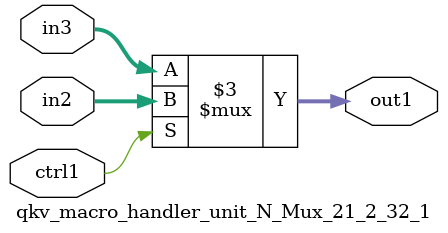
<source format=v>

`timescale 1ps / 1ps


module qkv_macro_handler_unit_N_Mux_21_2_32_1( in3, in2, ctrl1, out1 );

    input [20:0] in3;
    input [20:0] in2;
    input ctrl1;
    output [20:0] out1;
    reg [20:0] out1;

    
    // rtl_process:qkv_macro_handler_unit_N_Mux_21_2_32_1/qkv_macro_handler_unit_N_Mux_21_2_32_1_thread_1
    always @*
      begin : qkv_macro_handler_unit_N_Mux_21_2_32_1_thread_1
        case (ctrl1) 
          1'b1: 
            begin
              out1 = in2;
            end
          default: 
            begin
              out1 = in3;
            end
        endcase
      end

endmodule



</source>
